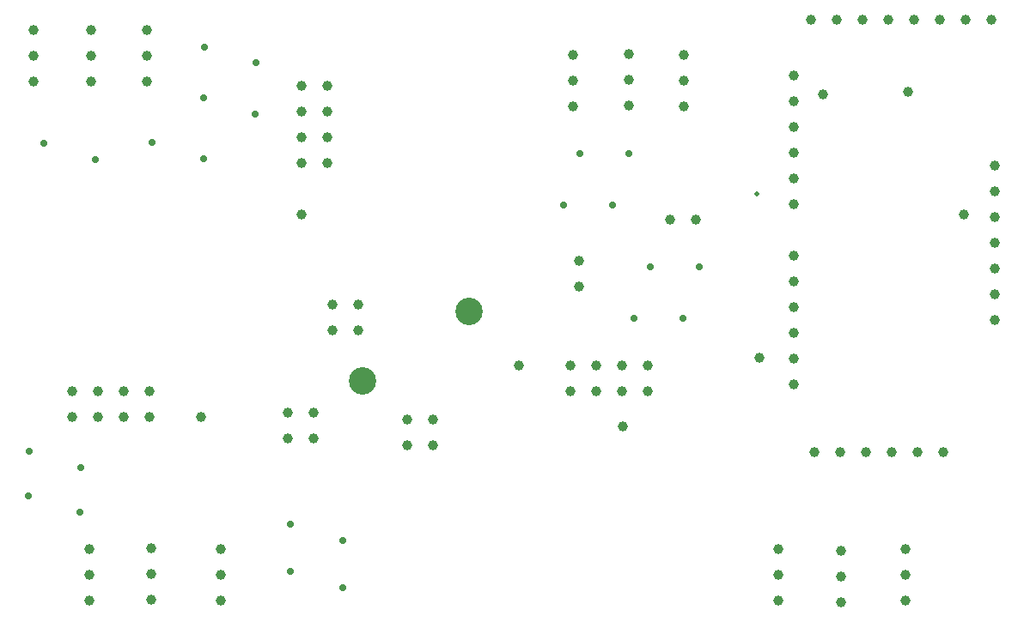
<source format=gbr>
%TF.GenerationSoftware,KiCad,Pcbnew,8.0.2*%
%TF.CreationDate,2024-07-21T16:59:23+02:00*%
%TF.ProjectId,CzlapCzlapBOT,437a6c61-7043-47a6-9c61-70424f542e6b,rev?*%
%TF.SameCoordinates,Original*%
%TF.FileFunction,Plated,1,2,PTH,Drill*%
%TF.FilePolarity,Positive*%
%FSLAX46Y46*%
G04 Gerber Fmt 4.6, Leading zero omitted, Abs format (unit mm)*
G04 Created by KiCad (PCBNEW 8.0.2) date 2024-07-21 16:59:23*
%MOMM*%
%LPD*%
G01*
G04 APERTURE LIST*
%TA.AperFunction,ViaDrill*%
%ADD10C,0.500000*%
%TD*%
%TA.AperFunction,ComponentDrill*%
%ADD11C,0.710000*%
%TD*%
%TA.AperFunction,ViaDrill*%
%ADD12C,1.000000*%
%TD*%
%TA.AperFunction,ComponentDrill*%
%ADD13C,1.000000*%
%TD*%
%TA.AperFunction,ComponentDrill*%
%ADD14C,2.700000*%
%TD*%
G04 APERTURE END LIST*
D10*
X112547400Y-125018800D03*
D11*
%TO.C,F10*%
X40741600Y-154787600D03*
%TO.C,F4*%
X40843200Y-150368000D03*
%TO.C,F1*%
X42296400Y-119964400D03*
%TO.C,F10*%
X45841600Y-156387600D03*
%TO.C,F4*%
X45943200Y-151968000D03*
%TO.C,F1*%
X47396400Y-121564400D03*
%TO.C,F7*%
X52984400Y-119938800D03*
%TO.C,F2*%
X58044400Y-115494000D03*
%TO.C,F7*%
X58084400Y-121538800D03*
%TO.C,F3*%
X58095200Y-110464800D03*
%TO.C,F2*%
X63144400Y-117094000D03*
%TO.C,F3*%
X63195200Y-112064800D03*
%TO.C,F11*%
X66629600Y-157607200D03*
%TO.C,F12*%
X66629600Y-162230000D03*
%TO.C,F11*%
X71729600Y-159207200D03*
%TO.C,F12*%
X71729600Y-163830000D03*
%TO.C,F9*%
X93548200Y-126060200D03*
X95148200Y-120960200D03*
%TO.C,F8*%
X98348800Y-126060200D03*
X99948800Y-120960200D03*
%TO.C,F6*%
X100457000Y-137236200D03*
X102057000Y-132136200D03*
%TO.C,F5*%
X105283000Y-137261600D03*
X106883000Y-132161600D03*
%TD*%
D12*
X99328200Y-147929600D03*
X112852200Y-141173200D03*
X119075200Y-115138200D03*
X127457200Y-114884200D03*
X132994400Y-127050800D03*
D13*
%TO.C,S_A1*%
X41300400Y-108813600D03*
X41300400Y-111353600D03*
X41300400Y-113893600D03*
%TO.C,U6*%
X45085400Y-144484400D03*
X45085400Y-147024400D03*
%TO.C,S_D1*%
X46786800Y-160020000D03*
X46786800Y-162560000D03*
X46786800Y-165100000D03*
%TO.C,M_A1*%
X46990000Y-108813600D03*
X46990000Y-111353600D03*
X46990000Y-113893600D03*
%TO.C,U6*%
X47625400Y-144484400D03*
X47625400Y-147024400D03*
X50165400Y-144484400D03*
X50165400Y-147024400D03*
%TO.C,F_A1*%
X52425600Y-108813600D03*
X52425600Y-111353600D03*
X52425600Y-113893600D03*
%TO.C,U6*%
X52705400Y-144484400D03*
X52705400Y-147024400D03*
%TO.C,M_D1*%
X52882800Y-159918400D03*
X52882800Y-162458400D03*
X52882800Y-164998400D03*
%TO.C,U6*%
X57787400Y-147024400D03*
%TO.C,F_D1*%
X59740800Y-160020000D03*
X59740800Y-162560000D03*
X59740800Y-165100000D03*
%TO.C,J8*%
X66344800Y-146583400D03*
X66344800Y-149123400D03*
%TO.C,U4*%
X67717400Y-114275000D03*
X67717400Y-116815000D03*
X67717400Y-119355000D03*
X67717400Y-121895000D03*
X67717400Y-126977000D03*
%TO.C,J8*%
X68884800Y-146583400D03*
X68884800Y-149123400D03*
%TO.C,U4*%
X70257400Y-114275000D03*
X70257400Y-116815000D03*
X70257400Y-119355000D03*
X70257400Y-121895000D03*
%TO.C,J6*%
X70764400Y-135890000D03*
X70764400Y-138430000D03*
X73304400Y-135890000D03*
X73304400Y-138430000D03*
%TO.C,J7*%
X78079600Y-147218400D03*
X78079600Y-149758400D03*
X80619600Y-147218400D03*
X80619600Y-149758400D03*
%TO.C,U5*%
X89126200Y-141936200D03*
X94208200Y-141936200D03*
X94208200Y-144476200D03*
%TO.C,F_B1*%
X94488000Y-111252000D03*
X94488000Y-113792000D03*
X94488000Y-116332000D03*
%TO.C,11v1_1*%
X95046800Y-131597400D03*
X95046800Y-134137400D03*
%TO.C,U5*%
X96748200Y-141936200D03*
X96748200Y-144476200D03*
X99288200Y-141936200D03*
X99288200Y-144476200D03*
%TO.C,M_B1*%
X99974400Y-111201200D03*
X99974400Y-113741200D03*
X99974400Y-116281200D03*
%TO.C,U5*%
X101828200Y-141936200D03*
X101828200Y-144476200D03*
%TO.C,JUMPER1*%
X103982600Y-127558800D03*
%TO.C,S_B1*%
X105410000Y-111252000D03*
X105410000Y-113792000D03*
X105410000Y-116332000D03*
%TO.C,JUMPER1*%
X106522600Y-127558800D03*
%TO.C,F_C1*%
X114706400Y-160020000D03*
X114706400Y-162560000D03*
X114706400Y-165100000D03*
%TO.C,U8*%
X116210878Y-113338574D03*
X116210878Y-115878574D03*
X116210878Y-118418574D03*
X116210878Y-120958574D03*
X116210878Y-123498574D03*
X116210878Y-126038574D03*
X116210878Y-131118574D03*
X116210878Y-133658574D03*
X116210878Y-136198574D03*
X116210878Y-138738574D03*
X116210878Y-141278574D03*
X116210878Y-143818574D03*
%TO.C,J21*%
X117881400Y-107823000D03*
%TO.C,U8*%
X118268278Y-150498774D03*
%TO.C,J21*%
X120421400Y-107823000D03*
%TO.C,U8*%
X120808278Y-150498774D03*
%TO.C,M_C1*%
X120906404Y-160187165D03*
X120906404Y-162727165D03*
X120906404Y-165267165D03*
%TO.C,J21*%
X122961400Y-107823000D03*
%TO.C,U8*%
X123348278Y-150498774D03*
%TO.C,J21*%
X125501400Y-107823000D03*
%TO.C,U8*%
X125888278Y-150498774D03*
%TO.C,S_C1*%
X127254000Y-160070800D03*
X127254000Y-162610800D03*
X127254000Y-165150800D03*
%TO.C,J21*%
X128041400Y-107823000D03*
%TO.C,U8*%
X128428278Y-150498774D03*
%TO.C,J21*%
X130581400Y-107823000D03*
%TO.C,U8*%
X130968278Y-150498774D03*
%TO.C,J21*%
X133121400Y-107823000D03*
X135661400Y-107823000D03*
%TO.C,U8*%
X136022878Y-122228574D03*
X136022878Y-124768574D03*
X136022878Y-127308574D03*
X136022878Y-129848574D03*
X136022878Y-132388574D03*
X136022878Y-134928574D03*
X136022878Y-137468574D03*
D14*
%TO.C,+1*%
X73710800Y-143459200D03*
%TO.C,-1*%
X84201000Y-136575800D03*
M02*

</source>
